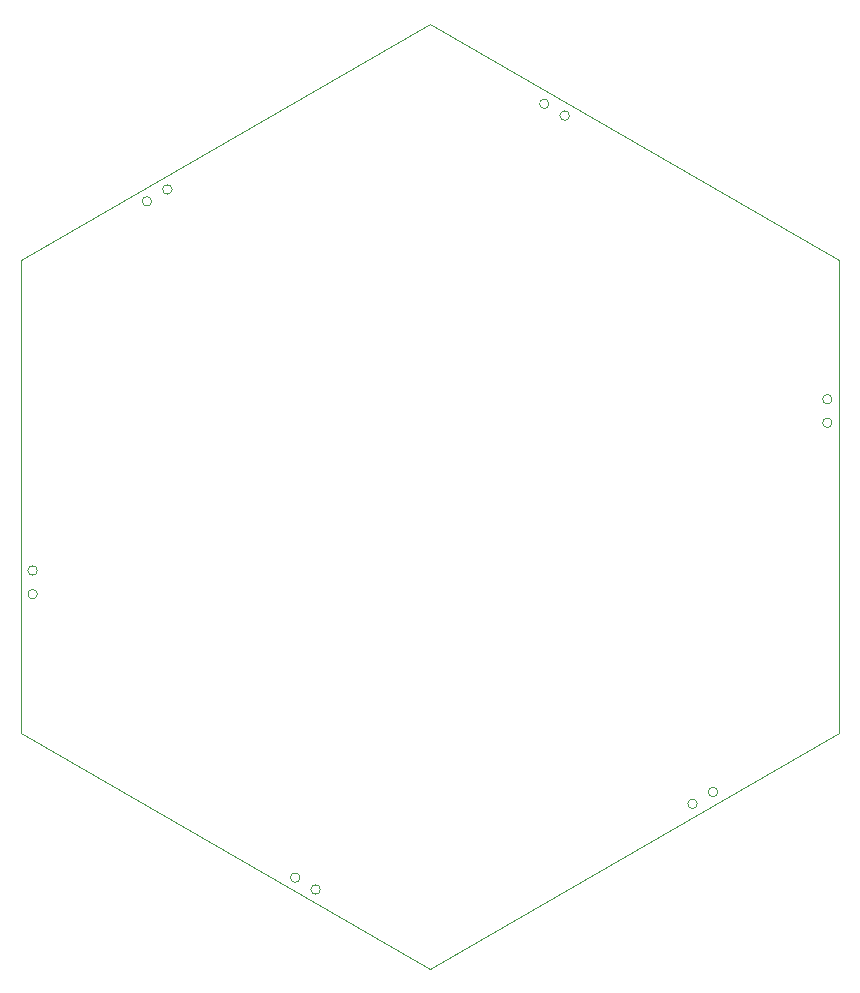
<source format=gm1>
G04 #@! TF.GenerationSoftware,KiCad,Pcbnew,5.1.5+dfsg1-2build2*
G04 #@! TF.CreationDate,2021-12-29T18:43:51+01:00*
G04 #@! TF.ProjectId,hex_top,6865785f-746f-4702-9e6b-696361645f70,rev?*
G04 #@! TF.SameCoordinates,Original*
G04 #@! TF.FileFunction,Profile,NP*
%FSLAX46Y46*%
G04 Gerber Fmt 4.6, Leading zero omitted, Abs format (unit mm)*
G04 Created by KiCad (PCBNEW 5.1.5+dfsg1-2build2) date 2021-12-29 18:43:51*
%MOMM*%
%LPD*%
G04 APERTURE LIST*
%ADD10C,0.050000*%
G04 APERTURE END LIST*
D10*
X76434790Y-74991040D02*
G75*
G03X76434790Y-74991040I-400000J0D01*
G01*
X78166842Y-73991039D02*
G75*
G03X78166842Y-73991039I-400001J0D01*
G01*
X110075791Y-66741039D02*
G75*
G03X110075791Y-66741039I-400001J0D01*
G01*
X111807842Y-67741039D02*
G75*
G03X111807842Y-67741039I-400001J0D01*
G01*
X134041001Y-91749999D02*
G75*
G03X134041001Y-91749999I-400001J0D01*
G01*
X134041001Y-93750000D02*
G75*
G03X134041001Y-93750000I-400001J0D01*
G01*
X124365210Y-125008960D02*
G75*
G03X124365210Y-125008960I-400000J0D01*
G01*
X122633160Y-126008961D02*
G75*
G03X122633160Y-126008961I-400001J0D01*
G01*
X90724211Y-133258961D02*
G75*
G03X90724211Y-133258961I-400001J0D01*
G01*
X88992160Y-132258961D02*
G75*
G03X88992160Y-132258961I-400001J0D01*
G01*
X66759000Y-106250000D02*
G75*
G03X66759000Y-106250000I-400000J0D01*
G01*
X66759000Y-108250000D02*
G75*
G03X66759000Y-108250000I-400000J0D01*
G01*
X65359000Y-120000000D02*
X100000016Y-140000000D01*
X100000016Y-60000000D02*
X65359000Y-80000000D01*
X134641032Y-80000000D02*
X100000016Y-60000000D01*
X134641032Y-120000000D02*
X134641032Y-80000000D01*
X100000016Y-140000000D02*
X134641032Y-120000000D01*
X65359000Y-80000000D02*
X65359000Y-120000000D01*
M02*

</source>
